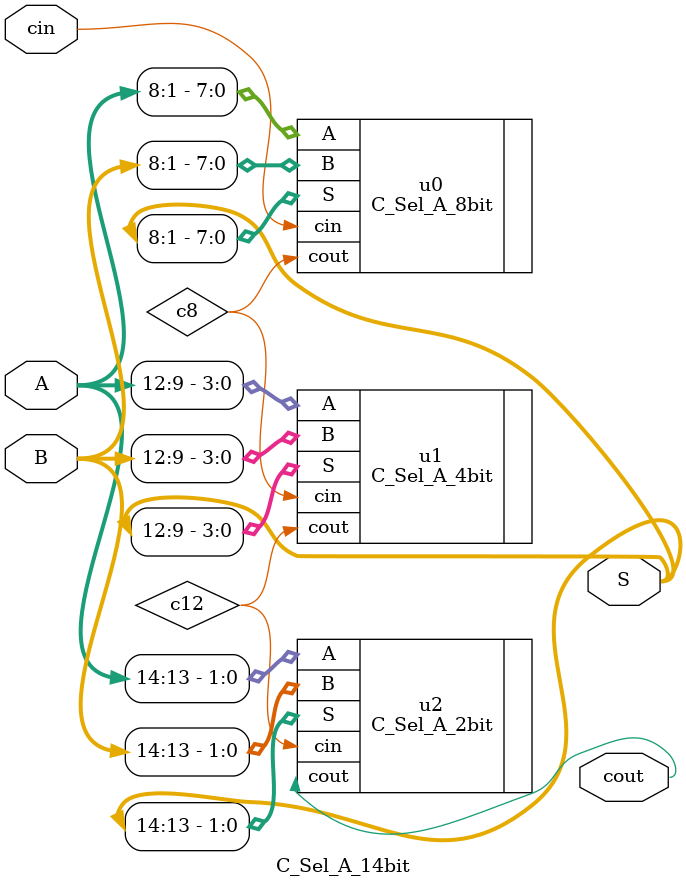
<source format=v>
module C_Sel_A_14bit #(
    parameter width=14
)(
    input wire [width:1] A,
    input wire [width:1] B,
    input wire cin,
    output wire [width:1] S,
    output wire cout
);

    wire c8;
    wire c12;

    C_Sel_A_8bit #(.width(8)) u0 (
        .A(A[8:1]),
        .B(B[8:1]),
        .cin(cin),
        .S(S[8:1]),
        .cout(c8)
    );
    C_Sel_A_4bit #(.width(4)) u1 (
        .A(A[12:9]),
        .B(B[12:9]),
        .cin(c8),
        .S(S[12:9]),
        .cout(c12)
    );
    C_Sel_A_2bit #(.width(2)) u2 (
        .A(A[14:13]),
        .B(B[14:13]),
        .cin(c12),
        .S(S[14:13]),
        .cout(cout)
    );

endmodule

</source>
